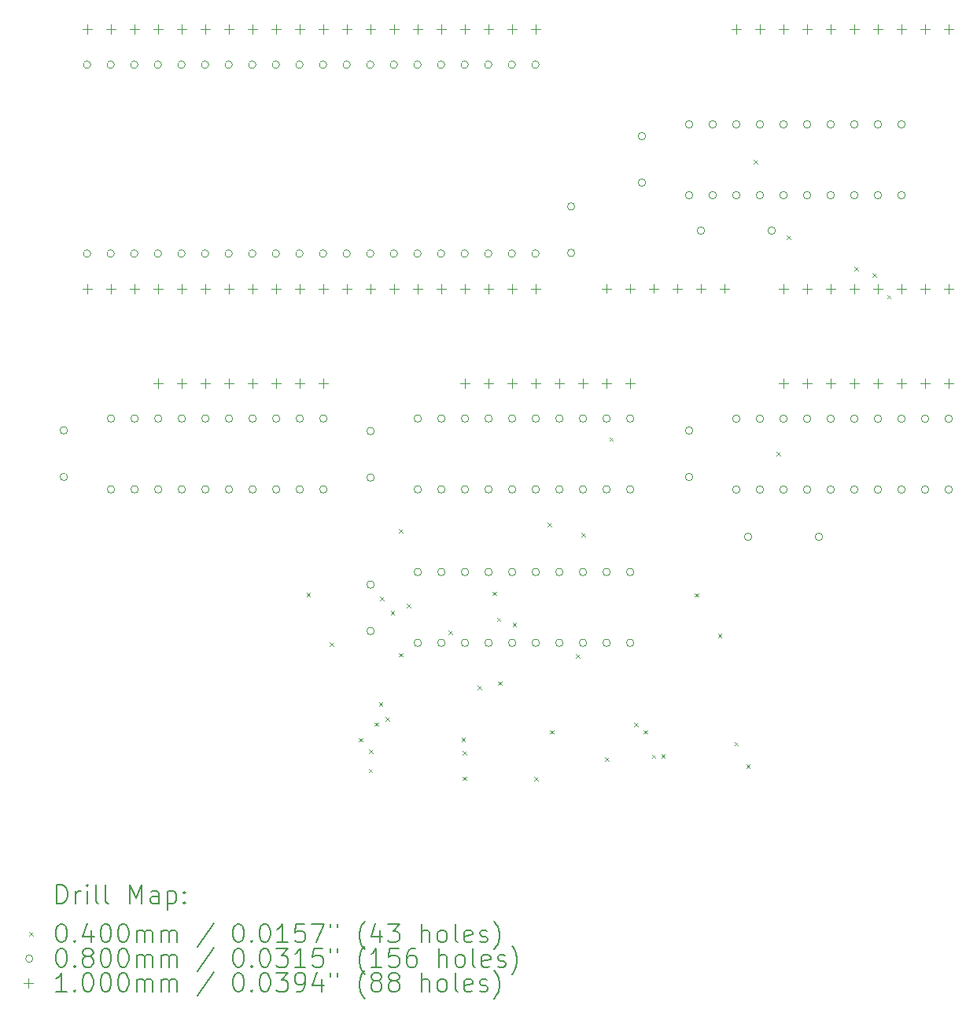
<source format=gbr>
%TF.GenerationSoftware,KiCad,Pcbnew,(6.0.9)*%
%TF.CreationDate,2023-07-02T11:08:29+02:00*%
%TF.ProjectId,Cartucho_MSX_Tang_Nano_20k_Breakout,43617274-7563-4686-9f5f-4d53585f5461,rev?*%
%TF.SameCoordinates,Original*%
%TF.FileFunction,Drillmap*%
%TF.FilePolarity,Positive*%
%FSLAX45Y45*%
G04 Gerber Fmt 4.5, Leading zero omitted, Abs format (unit mm)*
G04 Created by KiCad (PCBNEW (6.0.9)) date 2023-07-02 11:08:29*
%MOMM*%
%LPD*%
G01*
G04 APERTURE LIST*
%ADD10C,0.200000*%
%ADD11C,0.040000*%
%ADD12C,0.080000*%
%ADD13C,0.100000*%
G04 APERTURE END LIST*
D10*
D11*
X8581430Y-11268210D02*
X8621430Y-11308210D01*
X8621430Y-11268210D02*
X8581430Y-11308210D01*
X8831530Y-11799480D02*
X8871530Y-11839480D01*
X8871530Y-11799480D02*
X8831530Y-11839480D01*
X9144020Y-12831520D02*
X9184020Y-12871520D01*
X9184020Y-12831520D02*
X9144020Y-12871520D01*
X9252200Y-13160970D02*
X9292200Y-13200970D01*
X9292200Y-13160970D02*
X9252200Y-13200970D01*
X9253180Y-12954380D02*
X9293180Y-12994380D01*
X9293180Y-12954380D02*
X9253180Y-12994380D01*
X9317410Y-12660900D02*
X9357410Y-12700900D01*
X9357410Y-12660900D02*
X9317410Y-12700900D01*
X9361430Y-12447850D02*
X9401430Y-12487850D01*
X9401430Y-12447850D02*
X9361430Y-12487850D01*
X9370910Y-11310970D02*
X9410910Y-11350970D01*
X9410910Y-11310970D02*
X9370910Y-11350970D01*
X9435110Y-12605880D02*
X9475110Y-12645880D01*
X9475110Y-12605880D02*
X9435110Y-12645880D01*
X9488410Y-11463520D02*
X9528410Y-11503520D01*
X9528410Y-11463520D02*
X9488410Y-11503520D01*
X9574350Y-10584980D02*
X9614350Y-10624980D01*
X9614350Y-10584980D02*
X9574350Y-10624980D01*
X9574350Y-11916750D02*
X9614350Y-11956750D01*
X9614350Y-11916750D02*
X9574350Y-11956750D01*
X9663180Y-11387240D02*
X9703180Y-11427240D01*
X9703180Y-11387240D02*
X9663180Y-11427240D01*
X10110830Y-11677550D02*
X10150830Y-11717550D01*
X10150830Y-11677550D02*
X10110830Y-11717550D01*
X10250790Y-12824420D02*
X10290790Y-12864420D01*
X10290790Y-12824420D02*
X10250790Y-12864420D01*
X10262540Y-12971650D02*
X10302540Y-13011650D01*
X10302540Y-12971650D02*
X10262540Y-13011650D01*
X10263990Y-13244590D02*
X10303990Y-13284590D01*
X10303990Y-13244590D02*
X10263990Y-13284590D01*
X10422070Y-12270300D02*
X10462070Y-12310300D01*
X10462070Y-12270300D02*
X10422070Y-12310300D01*
X10584240Y-11255030D02*
X10624240Y-11295030D01*
X10624240Y-11255030D02*
X10584240Y-11295030D01*
X10630580Y-11536040D02*
X10670580Y-11576040D01*
X10670580Y-11536040D02*
X10630580Y-11576040D01*
X10643720Y-12221850D02*
X10683720Y-12261850D01*
X10683720Y-12221850D02*
X10643720Y-12261850D01*
X10800760Y-11592050D02*
X10840760Y-11632050D01*
X10840760Y-11592050D02*
X10800760Y-11632050D01*
X11031820Y-13251730D02*
X11071820Y-13291730D01*
X11071820Y-13251730D02*
X11031820Y-13291730D01*
X11175400Y-10513070D02*
X11215400Y-10553070D01*
X11215400Y-10513070D02*
X11175400Y-10553070D01*
X11204050Y-12745900D02*
X11244050Y-12785900D01*
X11244050Y-12745900D02*
X11204050Y-12785900D01*
X11484850Y-11930240D02*
X11524850Y-11970240D01*
X11524850Y-11930240D02*
X11484850Y-11970240D01*
X11540160Y-10626360D02*
X11580160Y-10666360D01*
X11580160Y-10626360D02*
X11540160Y-10666360D01*
X11792720Y-13036680D02*
X11832720Y-13076680D01*
X11832720Y-13036680D02*
X11792720Y-13076680D01*
X11842950Y-9597630D02*
X11882950Y-9637630D01*
X11882950Y-9597630D02*
X11842950Y-9637630D01*
X12108310Y-12666590D02*
X12148310Y-12706590D01*
X12148310Y-12666590D02*
X12108310Y-12706590D01*
X12211250Y-12746270D02*
X12251250Y-12786270D01*
X12251250Y-12746270D02*
X12211250Y-12786270D01*
X12298480Y-13007930D02*
X12338480Y-13047930D01*
X12338480Y-13007930D02*
X12298480Y-13047930D01*
X12399780Y-13003570D02*
X12439780Y-13043570D01*
X12439780Y-13003570D02*
X12399780Y-13043570D01*
X12760380Y-11273420D02*
X12800380Y-11313420D01*
X12800380Y-11273420D02*
X12760380Y-11313420D01*
X13009510Y-11708430D02*
X13049510Y-11748430D01*
X13049510Y-11708430D02*
X13009510Y-11748430D01*
X13188000Y-12873420D02*
X13228000Y-12913420D01*
X13228000Y-12873420D02*
X13188000Y-12913420D01*
X13315750Y-13117270D02*
X13355750Y-13157270D01*
X13355750Y-13117270D02*
X13315750Y-13157270D01*
X13395850Y-6614560D02*
X13435850Y-6654560D01*
X13435850Y-6614560D02*
X13395850Y-6654560D01*
X13643150Y-9756220D02*
X13683150Y-9796220D01*
X13683150Y-9756220D02*
X13643150Y-9796220D01*
X13748930Y-7422240D02*
X13788930Y-7462240D01*
X13788930Y-7422240D02*
X13748930Y-7462240D01*
X14477670Y-7762510D02*
X14517670Y-7802510D01*
X14517670Y-7762510D02*
X14477670Y-7802510D01*
X14672030Y-7831500D02*
X14712030Y-7871500D01*
X14712030Y-7831500D02*
X14672030Y-7871500D01*
X14831790Y-8063820D02*
X14871790Y-8103820D01*
X14871790Y-8063820D02*
X14831790Y-8103820D01*
D12*
X6009500Y-9521500D02*
G75*
G03*
X6009500Y-9521500I-40000J0D01*
G01*
X6009500Y-10021500D02*
G75*
G03*
X6009500Y-10021500I-40000J0D01*
G01*
X6260000Y-5588000D02*
G75*
G03*
X6260000Y-5588000I-40000J0D01*
G01*
X6260000Y-7620000D02*
G75*
G03*
X6260000Y-7620000I-40000J0D01*
G01*
X6514000Y-5588000D02*
G75*
G03*
X6514000Y-5588000I-40000J0D01*
G01*
X6514000Y-7620000D02*
G75*
G03*
X6514000Y-7620000I-40000J0D01*
G01*
X6517500Y-9394500D02*
G75*
G03*
X6517500Y-9394500I-40000J0D01*
G01*
X6517500Y-10156500D02*
G75*
G03*
X6517500Y-10156500I-40000J0D01*
G01*
X6768000Y-5588000D02*
G75*
G03*
X6768000Y-5588000I-40000J0D01*
G01*
X6768000Y-7620000D02*
G75*
G03*
X6768000Y-7620000I-40000J0D01*
G01*
X6771500Y-9394500D02*
G75*
G03*
X6771500Y-9394500I-40000J0D01*
G01*
X6771500Y-10156500D02*
G75*
G03*
X6771500Y-10156500I-40000J0D01*
G01*
X7022000Y-5588000D02*
G75*
G03*
X7022000Y-5588000I-40000J0D01*
G01*
X7022000Y-7620000D02*
G75*
G03*
X7022000Y-7620000I-40000J0D01*
G01*
X7025500Y-9394500D02*
G75*
G03*
X7025500Y-9394500I-40000J0D01*
G01*
X7025500Y-10156500D02*
G75*
G03*
X7025500Y-10156500I-40000J0D01*
G01*
X7276000Y-5588000D02*
G75*
G03*
X7276000Y-5588000I-40000J0D01*
G01*
X7276000Y-7620000D02*
G75*
G03*
X7276000Y-7620000I-40000J0D01*
G01*
X7279500Y-9394500D02*
G75*
G03*
X7279500Y-9394500I-40000J0D01*
G01*
X7279500Y-10156500D02*
G75*
G03*
X7279500Y-10156500I-40000J0D01*
G01*
X7530000Y-5588000D02*
G75*
G03*
X7530000Y-5588000I-40000J0D01*
G01*
X7530000Y-7620000D02*
G75*
G03*
X7530000Y-7620000I-40000J0D01*
G01*
X7533500Y-9394500D02*
G75*
G03*
X7533500Y-9394500I-40000J0D01*
G01*
X7533500Y-10156500D02*
G75*
G03*
X7533500Y-10156500I-40000J0D01*
G01*
X7784000Y-5588000D02*
G75*
G03*
X7784000Y-5588000I-40000J0D01*
G01*
X7784000Y-7620000D02*
G75*
G03*
X7784000Y-7620000I-40000J0D01*
G01*
X7787500Y-9394500D02*
G75*
G03*
X7787500Y-9394500I-40000J0D01*
G01*
X7787500Y-10156500D02*
G75*
G03*
X7787500Y-10156500I-40000J0D01*
G01*
X8038000Y-5588000D02*
G75*
G03*
X8038000Y-5588000I-40000J0D01*
G01*
X8038000Y-7620000D02*
G75*
G03*
X8038000Y-7620000I-40000J0D01*
G01*
X8041500Y-9394500D02*
G75*
G03*
X8041500Y-9394500I-40000J0D01*
G01*
X8041500Y-10156500D02*
G75*
G03*
X8041500Y-10156500I-40000J0D01*
G01*
X8292000Y-5588000D02*
G75*
G03*
X8292000Y-5588000I-40000J0D01*
G01*
X8292000Y-7620000D02*
G75*
G03*
X8292000Y-7620000I-40000J0D01*
G01*
X8295500Y-9394500D02*
G75*
G03*
X8295500Y-9394500I-40000J0D01*
G01*
X8295500Y-10156500D02*
G75*
G03*
X8295500Y-10156500I-40000J0D01*
G01*
X8546000Y-5588000D02*
G75*
G03*
X8546000Y-5588000I-40000J0D01*
G01*
X8546000Y-7620000D02*
G75*
G03*
X8546000Y-7620000I-40000J0D01*
G01*
X8549500Y-9394500D02*
G75*
G03*
X8549500Y-9394500I-40000J0D01*
G01*
X8549500Y-10156500D02*
G75*
G03*
X8549500Y-10156500I-40000J0D01*
G01*
X8800000Y-5588000D02*
G75*
G03*
X8800000Y-5588000I-40000J0D01*
G01*
X8800000Y-7620000D02*
G75*
G03*
X8800000Y-7620000I-40000J0D01*
G01*
X8803500Y-9394500D02*
G75*
G03*
X8803500Y-9394500I-40000J0D01*
G01*
X8803500Y-10156500D02*
G75*
G03*
X8803500Y-10156500I-40000J0D01*
G01*
X9054000Y-5588000D02*
G75*
G03*
X9054000Y-5588000I-40000J0D01*
G01*
X9054000Y-7620000D02*
G75*
G03*
X9054000Y-7620000I-40000J0D01*
G01*
X9308000Y-5588000D02*
G75*
G03*
X9308000Y-5588000I-40000J0D01*
G01*
X9308000Y-7620000D02*
G75*
G03*
X9308000Y-7620000I-40000J0D01*
G01*
X9311500Y-9529500D02*
G75*
G03*
X9311500Y-9529500I-40000J0D01*
G01*
X9311500Y-10029500D02*
G75*
G03*
X9311500Y-10029500I-40000J0D01*
G01*
X9311500Y-11180500D02*
G75*
G03*
X9311500Y-11180500I-40000J0D01*
G01*
X9311500Y-11680500D02*
G75*
G03*
X9311500Y-11680500I-40000J0D01*
G01*
X9562000Y-5588000D02*
G75*
G03*
X9562000Y-5588000I-40000J0D01*
G01*
X9562000Y-7620000D02*
G75*
G03*
X9562000Y-7620000I-40000J0D01*
G01*
X9816000Y-5588000D02*
G75*
G03*
X9816000Y-5588000I-40000J0D01*
G01*
X9816000Y-7620000D02*
G75*
G03*
X9816000Y-7620000I-40000J0D01*
G01*
X9819500Y-9394500D02*
G75*
G03*
X9819500Y-9394500I-40000J0D01*
G01*
X9819500Y-10156500D02*
G75*
G03*
X9819500Y-10156500I-40000J0D01*
G01*
X9819500Y-11045500D02*
G75*
G03*
X9819500Y-11045500I-40000J0D01*
G01*
X9819500Y-11807500D02*
G75*
G03*
X9819500Y-11807500I-40000J0D01*
G01*
X10070000Y-5588000D02*
G75*
G03*
X10070000Y-5588000I-40000J0D01*
G01*
X10070000Y-7620000D02*
G75*
G03*
X10070000Y-7620000I-40000J0D01*
G01*
X10073500Y-9394500D02*
G75*
G03*
X10073500Y-9394500I-40000J0D01*
G01*
X10073500Y-10156500D02*
G75*
G03*
X10073500Y-10156500I-40000J0D01*
G01*
X10073500Y-11045500D02*
G75*
G03*
X10073500Y-11045500I-40000J0D01*
G01*
X10073500Y-11807500D02*
G75*
G03*
X10073500Y-11807500I-40000J0D01*
G01*
X10324000Y-5588000D02*
G75*
G03*
X10324000Y-5588000I-40000J0D01*
G01*
X10324000Y-7620000D02*
G75*
G03*
X10324000Y-7620000I-40000J0D01*
G01*
X10327500Y-9394500D02*
G75*
G03*
X10327500Y-9394500I-40000J0D01*
G01*
X10327500Y-10156500D02*
G75*
G03*
X10327500Y-10156500I-40000J0D01*
G01*
X10327500Y-11045500D02*
G75*
G03*
X10327500Y-11045500I-40000J0D01*
G01*
X10327500Y-11807500D02*
G75*
G03*
X10327500Y-11807500I-40000J0D01*
G01*
X10578000Y-5588000D02*
G75*
G03*
X10578000Y-5588000I-40000J0D01*
G01*
X10578000Y-7620000D02*
G75*
G03*
X10578000Y-7620000I-40000J0D01*
G01*
X10581500Y-9394500D02*
G75*
G03*
X10581500Y-9394500I-40000J0D01*
G01*
X10581500Y-10156500D02*
G75*
G03*
X10581500Y-10156500I-40000J0D01*
G01*
X10581500Y-11045500D02*
G75*
G03*
X10581500Y-11045500I-40000J0D01*
G01*
X10581500Y-11807500D02*
G75*
G03*
X10581500Y-11807500I-40000J0D01*
G01*
X10832000Y-5588000D02*
G75*
G03*
X10832000Y-5588000I-40000J0D01*
G01*
X10832000Y-7620000D02*
G75*
G03*
X10832000Y-7620000I-40000J0D01*
G01*
X10835500Y-9394500D02*
G75*
G03*
X10835500Y-9394500I-40000J0D01*
G01*
X10835500Y-10156500D02*
G75*
G03*
X10835500Y-10156500I-40000J0D01*
G01*
X10835500Y-11045500D02*
G75*
G03*
X10835500Y-11045500I-40000J0D01*
G01*
X10835500Y-11807500D02*
G75*
G03*
X10835500Y-11807500I-40000J0D01*
G01*
X11086000Y-5588000D02*
G75*
G03*
X11086000Y-5588000I-40000J0D01*
G01*
X11086000Y-7620000D02*
G75*
G03*
X11086000Y-7620000I-40000J0D01*
G01*
X11089500Y-9394500D02*
G75*
G03*
X11089500Y-9394500I-40000J0D01*
G01*
X11089500Y-10156500D02*
G75*
G03*
X11089500Y-10156500I-40000J0D01*
G01*
X11089500Y-11045500D02*
G75*
G03*
X11089500Y-11045500I-40000J0D01*
G01*
X11089500Y-11807500D02*
G75*
G03*
X11089500Y-11807500I-40000J0D01*
G01*
X11343500Y-9394500D02*
G75*
G03*
X11343500Y-9394500I-40000J0D01*
G01*
X11343500Y-10156500D02*
G75*
G03*
X11343500Y-10156500I-40000J0D01*
G01*
X11343500Y-11045500D02*
G75*
G03*
X11343500Y-11045500I-40000J0D01*
G01*
X11343500Y-11807500D02*
G75*
G03*
X11343500Y-11807500I-40000J0D01*
G01*
X11470000Y-7113500D02*
G75*
G03*
X11470000Y-7113500I-40000J0D01*
G01*
X11470000Y-7613500D02*
G75*
G03*
X11470000Y-7613500I-40000J0D01*
G01*
X11597500Y-9394500D02*
G75*
G03*
X11597500Y-9394500I-40000J0D01*
G01*
X11597500Y-10156500D02*
G75*
G03*
X11597500Y-10156500I-40000J0D01*
G01*
X11597500Y-11045500D02*
G75*
G03*
X11597500Y-11045500I-40000J0D01*
G01*
X11597500Y-11807500D02*
G75*
G03*
X11597500Y-11807500I-40000J0D01*
G01*
X11851500Y-9394500D02*
G75*
G03*
X11851500Y-9394500I-40000J0D01*
G01*
X11851500Y-10156500D02*
G75*
G03*
X11851500Y-10156500I-40000J0D01*
G01*
X11851500Y-11045500D02*
G75*
G03*
X11851500Y-11045500I-40000J0D01*
G01*
X11851500Y-11807500D02*
G75*
G03*
X11851500Y-11807500I-40000J0D01*
G01*
X12105500Y-9394500D02*
G75*
G03*
X12105500Y-9394500I-40000J0D01*
G01*
X12105500Y-10156500D02*
G75*
G03*
X12105500Y-10156500I-40000J0D01*
G01*
X12105500Y-11045500D02*
G75*
G03*
X12105500Y-11045500I-40000J0D01*
G01*
X12105500Y-11807500D02*
G75*
G03*
X12105500Y-11807500I-40000J0D01*
G01*
X12232000Y-6355500D02*
G75*
G03*
X12232000Y-6355500I-40000J0D01*
G01*
X12232000Y-6855500D02*
G75*
G03*
X12232000Y-6855500I-40000J0D01*
G01*
X12740000Y-6228500D02*
G75*
G03*
X12740000Y-6228500I-40000J0D01*
G01*
X12740000Y-6990500D02*
G75*
G03*
X12740000Y-6990500I-40000J0D01*
G01*
X12740000Y-9522500D02*
G75*
G03*
X12740000Y-9522500I-40000J0D01*
G01*
X12740000Y-10022500D02*
G75*
G03*
X12740000Y-10022500I-40000J0D01*
G01*
X12867000Y-7371500D02*
G75*
G03*
X12867000Y-7371500I-40000J0D01*
G01*
X12994000Y-6228500D02*
G75*
G03*
X12994000Y-6228500I-40000J0D01*
G01*
X12994000Y-6990500D02*
G75*
G03*
X12994000Y-6990500I-40000J0D01*
G01*
X13248000Y-6228500D02*
G75*
G03*
X13248000Y-6228500I-40000J0D01*
G01*
X13248000Y-6990500D02*
G75*
G03*
X13248000Y-6990500I-40000J0D01*
G01*
X13248000Y-9395500D02*
G75*
G03*
X13248000Y-9395500I-40000J0D01*
G01*
X13248000Y-10157500D02*
G75*
G03*
X13248000Y-10157500I-40000J0D01*
G01*
X13375000Y-10665500D02*
G75*
G03*
X13375000Y-10665500I-40000J0D01*
G01*
X13502000Y-6228500D02*
G75*
G03*
X13502000Y-6228500I-40000J0D01*
G01*
X13502000Y-6990500D02*
G75*
G03*
X13502000Y-6990500I-40000J0D01*
G01*
X13502000Y-9395500D02*
G75*
G03*
X13502000Y-9395500I-40000J0D01*
G01*
X13502000Y-10157500D02*
G75*
G03*
X13502000Y-10157500I-40000J0D01*
G01*
X13629000Y-7371500D02*
G75*
G03*
X13629000Y-7371500I-40000J0D01*
G01*
X13756000Y-6228500D02*
G75*
G03*
X13756000Y-6228500I-40000J0D01*
G01*
X13756000Y-6990500D02*
G75*
G03*
X13756000Y-6990500I-40000J0D01*
G01*
X13756000Y-9395500D02*
G75*
G03*
X13756000Y-9395500I-40000J0D01*
G01*
X13756000Y-10157500D02*
G75*
G03*
X13756000Y-10157500I-40000J0D01*
G01*
X14010000Y-6228500D02*
G75*
G03*
X14010000Y-6228500I-40000J0D01*
G01*
X14010000Y-6990500D02*
G75*
G03*
X14010000Y-6990500I-40000J0D01*
G01*
X14010000Y-9395500D02*
G75*
G03*
X14010000Y-9395500I-40000J0D01*
G01*
X14010000Y-10157500D02*
G75*
G03*
X14010000Y-10157500I-40000J0D01*
G01*
X14137000Y-10665500D02*
G75*
G03*
X14137000Y-10665500I-40000J0D01*
G01*
X14264000Y-6228500D02*
G75*
G03*
X14264000Y-6228500I-40000J0D01*
G01*
X14264000Y-6990500D02*
G75*
G03*
X14264000Y-6990500I-40000J0D01*
G01*
X14264000Y-9395500D02*
G75*
G03*
X14264000Y-9395500I-40000J0D01*
G01*
X14264000Y-10157500D02*
G75*
G03*
X14264000Y-10157500I-40000J0D01*
G01*
X14518000Y-6228500D02*
G75*
G03*
X14518000Y-6228500I-40000J0D01*
G01*
X14518000Y-6990500D02*
G75*
G03*
X14518000Y-6990500I-40000J0D01*
G01*
X14518000Y-9395500D02*
G75*
G03*
X14518000Y-9395500I-40000J0D01*
G01*
X14518000Y-10157500D02*
G75*
G03*
X14518000Y-10157500I-40000J0D01*
G01*
X14772000Y-6228500D02*
G75*
G03*
X14772000Y-6228500I-40000J0D01*
G01*
X14772000Y-6990500D02*
G75*
G03*
X14772000Y-6990500I-40000J0D01*
G01*
X14772000Y-9395500D02*
G75*
G03*
X14772000Y-9395500I-40000J0D01*
G01*
X14772000Y-10157500D02*
G75*
G03*
X14772000Y-10157500I-40000J0D01*
G01*
X15026000Y-6228500D02*
G75*
G03*
X15026000Y-6228500I-40000J0D01*
G01*
X15026000Y-6990500D02*
G75*
G03*
X15026000Y-6990500I-40000J0D01*
G01*
X15026000Y-9395500D02*
G75*
G03*
X15026000Y-9395500I-40000J0D01*
G01*
X15026000Y-10157500D02*
G75*
G03*
X15026000Y-10157500I-40000J0D01*
G01*
X15280000Y-9395500D02*
G75*
G03*
X15280000Y-9395500I-40000J0D01*
G01*
X15280000Y-10157500D02*
G75*
G03*
X15280000Y-10157500I-40000J0D01*
G01*
X15534000Y-9395500D02*
G75*
G03*
X15534000Y-9395500I-40000J0D01*
G01*
X15534000Y-10157500D02*
G75*
G03*
X15534000Y-10157500I-40000J0D01*
G01*
D13*
X6220000Y-5157000D02*
X6220000Y-5257000D01*
X6170000Y-5207000D02*
X6270000Y-5207000D01*
X6220000Y-7951000D02*
X6220000Y-8051000D01*
X6170000Y-8001000D02*
X6270000Y-8001000D01*
X6474000Y-5157000D02*
X6474000Y-5257000D01*
X6424000Y-5207000D02*
X6524000Y-5207000D01*
X6474000Y-7951000D02*
X6474000Y-8051000D01*
X6424000Y-8001000D02*
X6524000Y-8001000D01*
X6728000Y-5157000D02*
X6728000Y-5257000D01*
X6678000Y-5207000D02*
X6778000Y-5207000D01*
X6728000Y-7951000D02*
X6728000Y-8051000D01*
X6678000Y-8001000D02*
X6778000Y-8001000D01*
X6982000Y-5157000D02*
X6982000Y-5257000D01*
X6932000Y-5207000D02*
X7032000Y-5207000D01*
X6982000Y-7951000D02*
X6982000Y-8051000D01*
X6932000Y-8001000D02*
X7032000Y-8001000D01*
X6985000Y-8964500D02*
X6985000Y-9064500D01*
X6935000Y-9014500D02*
X7035000Y-9014500D01*
X7236000Y-5157000D02*
X7236000Y-5257000D01*
X7186000Y-5207000D02*
X7286000Y-5207000D01*
X7236000Y-7951000D02*
X7236000Y-8051000D01*
X7186000Y-8001000D02*
X7286000Y-8001000D01*
X7239000Y-8964500D02*
X7239000Y-9064500D01*
X7189000Y-9014500D02*
X7289000Y-9014500D01*
X7490000Y-5157000D02*
X7490000Y-5257000D01*
X7440000Y-5207000D02*
X7540000Y-5207000D01*
X7490000Y-7951000D02*
X7490000Y-8051000D01*
X7440000Y-8001000D02*
X7540000Y-8001000D01*
X7493000Y-8964500D02*
X7493000Y-9064500D01*
X7443000Y-9014500D02*
X7543000Y-9014500D01*
X7744000Y-5157000D02*
X7744000Y-5257000D01*
X7694000Y-5207000D02*
X7794000Y-5207000D01*
X7744000Y-7951000D02*
X7744000Y-8051000D01*
X7694000Y-8001000D02*
X7794000Y-8001000D01*
X7747000Y-8964500D02*
X7747000Y-9064500D01*
X7697000Y-9014500D02*
X7797000Y-9014500D01*
X7998000Y-5157000D02*
X7998000Y-5257000D01*
X7948000Y-5207000D02*
X8048000Y-5207000D01*
X7998000Y-7951000D02*
X7998000Y-8051000D01*
X7948000Y-8001000D02*
X8048000Y-8001000D01*
X8001000Y-8964500D02*
X8001000Y-9064500D01*
X7951000Y-9014500D02*
X8051000Y-9014500D01*
X8252000Y-5157000D02*
X8252000Y-5257000D01*
X8202000Y-5207000D02*
X8302000Y-5207000D01*
X8252000Y-7951000D02*
X8252000Y-8051000D01*
X8202000Y-8001000D02*
X8302000Y-8001000D01*
X8255000Y-8964500D02*
X8255000Y-9064500D01*
X8205000Y-9014500D02*
X8305000Y-9014500D01*
X8506000Y-5157000D02*
X8506000Y-5257000D01*
X8456000Y-5207000D02*
X8556000Y-5207000D01*
X8506000Y-7951000D02*
X8506000Y-8051000D01*
X8456000Y-8001000D02*
X8556000Y-8001000D01*
X8509000Y-8964500D02*
X8509000Y-9064500D01*
X8459000Y-9014500D02*
X8559000Y-9014500D01*
X8760000Y-5157000D02*
X8760000Y-5257000D01*
X8710000Y-5207000D02*
X8810000Y-5207000D01*
X8760000Y-7951000D02*
X8760000Y-8051000D01*
X8710000Y-8001000D02*
X8810000Y-8001000D01*
X8763000Y-8964500D02*
X8763000Y-9064500D01*
X8713000Y-9014500D02*
X8813000Y-9014500D01*
X9014000Y-5157000D02*
X9014000Y-5257000D01*
X8964000Y-5207000D02*
X9064000Y-5207000D01*
X9014000Y-7951000D02*
X9014000Y-8051000D01*
X8964000Y-8001000D02*
X9064000Y-8001000D01*
X9268000Y-5157000D02*
X9268000Y-5257000D01*
X9218000Y-5207000D02*
X9318000Y-5207000D01*
X9268000Y-7951000D02*
X9268000Y-8051000D01*
X9218000Y-8001000D02*
X9318000Y-8001000D01*
X9522000Y-5157000D02*
X9522000Y-5257000D01*
X9472000Y-5207000D02*
X9572000Y-5207000D01*
X9522000Y-7951000D02*
X9522000Y-8051000D01*
X9472000Y-8001000D02*
X9572000Y-8001000D01*
X9776000Y-5157000D02*
X9776000Y-5257000D01*
X9726000Y-5207000D02*
X9826000Y-5207000D01*
X9776000Y-7951000D02*
X9776000Y-8051000D01*
X9726000Y-8001000D02*
X9826000Y-8001000D01*
X10030000Y-5157000D02*
X10030000Y-5257000D01*
X9980000Y-5207000D02*
X10080000Y-5207000D01*
X10030000Y-7951000D02*
X10030000Y-8051000D01*
X9980000Y-8001000D02*
X10080000Y-8001000D01*
X10284000Y-5157000D02*
X10284000Y-5257000D01*
X10234000Y-5207000D02*
X10334000Y-5207000D01*
X10284000Y-7951000D02*
X10284000Y-8051000D01*
X10234000Y-8001000D02*
X10334000Y-8001000D01*
X10287000Y-8964500D02*
X10287000Y-9064500D01*
X10237000Y-9014500D02*
X10337000Y-9014500D01*
X10538000Y-5157000D02*
X10538000Y-5257000D01*
X10488000Y-5207000D02*
X10588000Y-5207000D01*
X10538000Y-7951000D02*
X10538000Y-8051000D01*
X10488000Y-8001000D02*
X10588000Y-8001000D01*
X10541000Y-8964500D02*
X10541000Y-9064500D01*
X10491000Y-9014500D02*
X10591000Y-9014500D01*
X10792000Y-5157000D02*
X10792000Y-5257000D01*
X10742000Y-5207000D02*
X10842000Y-5207000D01*
X10792000Y-7951000D02*
X10792000Y-8051000D01*
X10742000Y-8001000D02*
X10842000Y-8001000D01*
X10795000Y-8964500D02*
X10795000Y-9064500D01*
X10745000Y-9014500D02*
X10845000Y-9014500D01*
X11046000Y-5157000D02*
X11046000Y-5257000D01*
X10996000Y-5207000D02*
X11096000Y-5207000D01*
X11046000Y-7951000D02*
X11046000Y-8051000D01*
X10996000Y-8001000D02*
X11096000Y-8001000D01*
X11049000Y-8964500D02*
X11049000Y-9064500D01*
X10999000Y-9014500D02*
X11099000Y-9014500D01*
X11303000Y-8964500D02*
X11303000Y-9064500D01*
X11253000Y-9014500D02*
X11353000Y-9014500D01*
X11557000Y-8964500D02*
X11557000Y-9064500D01*
X11507000Y-9014500D02*
X11607000Y-9014500D01*
X11811000Y-8964500D02*
X11811000Y-9064500D01*
X11761000Y-9014500D02*
X11861000Y-9014500D01*
X11813500Y-7946000D02*
X11813500Y-8046000D01*
X11763500Y-7996000D02*
X11863500Y-7996000D01*
X12065000Y-8964500D02*
X12065000Y-9064500D01*
X12015000Y-9014500D02*
X12115000Y-9014500D01*
X12067500Y-7946000D02*
X12067500Y-8046000D01*
X12017500Y-7996000D02*
X12117500Y-7996000D01*
X12321500Y-7946000D02*
X12321500Y-8046000D01*
X12271500Y-7996000D02*
X12371500Y-7996000D01*
X12575500Y-7946000D02*
X12575500Y-8046000D01*
X12525500Y-7996000D02*
X12625500Y-7996000D01*
X12829500Y-7946000D02*
X12829500Y-8046000D01*
X12779500Y-7996000D02*
X12879500Y-7996000D01*
X13083500Y-7946000D02*
X13083500Y-8046000D01*
X13033500Y-7996000D02*
X13133500Y-7996000D01*
X13208000Y-5154500D02*
X13208000Y-5254500D01*
X13158000Y-5204500D02*
X13258000Y-5204500D01*
X13462000Y-5154500D02*
X13462000Y-5254500D01*
X13412000Y-5204500D02*
X13512000Y-5204500D01*
X13716000Y-5154500D02*
X13716000Y-5254500D01*
X13666000Y-5204500D02*
X13766000Y-5204500D01*
X13716000Y-7948500D02*
X13716000Y-8048500D01*
X13666000Y-7998500D02*
X13766000Y-7998500D01*
X13716000Y-8964500D02*
X13716000Y-9064500D01*
X13666000Y-9014500D02*
X13766000Y-9014500D01*
X13970000Y-5154500D02*
X13970000Y-5254500D01*
X13920000Y-5204500D02*
X14020000Y-5204500D01*
X13970000Y-7948500D02*
X13970000Y-8048500D01*
X13920000Y-7998500D02*
X14020000Y-7998500D01*
X13970000Y-8964500D02*
X13970000Y-9064500D01*
X13920000Y-9014500D02*
X14020000Y-9014500D01*
X14224000Y-5154500D02*
X14224000Y-5254500D01*
X14174000Y-5204500D02*
X14274000Y-5204500D01*
X14224000Y-7948500D02*
X14224000Y-8048500D01*
X14174000Y-7998500D02*
X14274000Y-7998500D01*
X14224000Y-8964500D02*
X14224000Y-9064500D01*
X14174000Y-9014500D02*
X14274000Y-9014500D01*
X14478000Y-5154500D02*
X14478000Y-5254500D01*
X14428000Y-5204500D02*
X14528000Y-5204500D01*
X14478000Y-7948500D02*
X14478000Y-8048500D01*
X14428000Y-7998500D02*
X14528000Y-7998500D01*
X14478000Y-8964500D02*
X14478000Y-9064500D01*
X14428000Y-9014500D02*
X14528000Y-9014500D01*
X14732000Y-5154500D02*
X14732000Y-5254500D01*
X14682000Y-5204500D02*
X14782000Y-5204500D01*
X14732000Y-7948500D02*
X14732000Y-8048500D01*
X14682000Y-7998500D02*
X14782000Y-7998500D01*
X14732000Y-8964500D02*
X14732000Y-9064500D01*
X14682000Y-9014500D02*
X14782000Y-9014500D01*
X14986000Y-5154500D02*
X14986000Y-5254500D01*
X14936000Y-5204500D02*
X15036000Y-5204500D01*
X14986000Y-7948500D02*
X14986000Y-8048500D01*
X14936000Y-7998500D02*
X15036000Y-7998500D01*
X14986000Y-8964500D02*
X14986000Y-9064500D01*
X14936000Y-9014500D02*
X15036000Y-9014500D01*
X15240000Y-5154500D02*
X15240000Y-5254500D01*
X15190000Y-5204500D02*
X15290000Y-5204500D01*
X15240000Y-7948500D02*
X15240000Y-8048500D01*
X15190000Y-7998500D02*
X15290000Y-7998500D01*
X15240000Y-8964500D02*
X15240000Y-9064500D01*
X15190000Y-9014500D02*
X15290000Y-9014500D01*
X15494000Y-5154500D02*
X15494000Y-5254500D01*
X15444000Y-5204500D02*
X15544000Y-5204500D01*
X15494000Y-7948500D02*
X15494000Y-8048500D01*
X15444000Y-7998500D02*
X15544000Y-7998500D01*
X15494000Y-8964500D02*
X15494000Y-9064500D01*
X15444000Y-9014500D02*
X15544000Y-9014500D01*
D10*
X5896419Y-14610676D02*
X5896419Y-14410676D01*
X5944038Y-14410676D01*
X5972609Y-14420200D01*
X5991657Y-14439248D01*
X6001181Y-14458295D01*
X6010705Y-14496390D01*
X6010705Y-14524962D01*
X6001181Y-14563057D01*
X5991657Y-14582105D01*
X5972609Y-14601152D01*
X5944038Y-14610676D01*
X5896419Y-14610676D01*
X6096419Y-14610676D02*
X6096419Y-14477343D01*
X6096419Y-14515438D02*
X6105943Y-14496390D01*
X6115467Y-14486867D01*
X6134514Y-14477343D01*
X6153562Y-14477343D01*
X6220228Y-14610676D02*
X6220228Y-14477343D01*
X6220228Y-14410676D02*
X6210705Y-14420200D01*
X6220228Y-14429724D01*
X6229752Y-14420200D01*
X6220228Y-14410676D01*
X6220228Y-14429724D01*
X6344038Y-14610676D02*
X6324990Y-14601152D01*
X6315467Y-14582105D01*
X6315467Y-14410676D01*
X6448800Y-14610676D02*
X6429752Y-14601152D01*
X6420228Y-14582105D01*
X6420228Y-14410676D01*
X6677371Y-14610676D02*
X6677371Y-14410676D01*
X6744038Y-14553533D01*
X6810705Y-14410676D01*
X6810705Y-14610676D01*
X6991657Y-14610676D02*
X6991657Y-14505914D01*
X6982133Y-14486867D01*
X6963086Y-14477343D01*
X6924990Y-14477343D01*
X6905943Y-14486867D01*
X6991657Y-14601152D02*
X6972609Y-14610676D01*
X6924990Y-14610676D01*
X6905943Y-14601152D01*
X6896419Y-14582105D01*
X6896419Y-14563057D01*
X6905943Y-14544009D01*
X6924990Y-14534486D01*
X6972609Y-14534486D01*
X6991657Y-14524962D01*
X7086895Y-14477343D02*
X7086895Y-14677343D01*
X7086895Y-14486867D02*
X7105943Y-14477343D01*
X7144038Y-14477343D01*
X7163086Y-14486867D01*
X7172609Y-14496390D01*
X7182133Y-14515438D01*
X7182133Y-14572581D01*
X7172609Y-14591628D01*
X7163086Y-14601152D01*
X7144038Y-14610676D01*
X7105943Y-14610676D01*
X7086895Y-14601152D01*
X7267848Y-14591628D02*
X7277371Y-14601152D01*
X7267848Y-14610676D01*
X7258324Y-14601152D01*
X7267848Y-14591628D01*
X7267848Y-14610676D01*
X7267848Y-14486867D02*
X7277371Y-14496390D01*
X7267848Y-14505914D01*
X7258324Y-14496390D01*
X7267848Y-14486867D01*
X7267848Y-14505914D01*
D11*
X5598800Y-14920200D02*
X5638800Y-14960200D01*
X5638800Y-14920200D02*
X5598800Y-14960200D01*
D10*
X5934514Y-14830676D02*
X5953562Y-14830676D01*
X5972609Y-14840200D01*
X5982133Y-14849724D01*
X5991657Y-14868771D01*
X6001181Y-14906867D01*
X6001181Y-14954486D01*
X5991657Y-14992581D01*
X5982133Y-15011628D01*
X5972609Y-15021152D01*
X5953562Y-15030676D01*
X5934514Y-15030676D01*
X5915467Y-15021152D01*
X5905943Y-15011628D01*
X5896419Y-14992581D01*
X5886895Y-14954486D01*
X5886895Y-14906867D01*
X5896419Y-14868771D01*
X5905943Y-14849724D01*
X5915467Y-14840200D01*
X5934514Y-14830676D01*
X6086895Y-15011628D02*
X6096419Y-15021152D01*
X6086895Y-15030676D01*
X6077371Y-15021152D01*
X6086895Y-15011628D01*
X6086895Y-15030676D01*
X6267848Y-14897343D02*
X6267848Y-15030676D01*
X6220228Y-14821152D02*
X6172609Y-14964009D01*
X6296419Y-14964009D01*
X6410705Y-14830676D02*
X6429752Y-14830676D01*
X6448800Y-14840200D01*
X6458324Y-14849724D01*
X6467848Y-14868771D01*
X6477371Y-14906867D01*
X6477371Y-14954486D01*
X6467848Y-14992581D01*
X6458324Y-15011628D01*
X6448800Y-15021152D01*
X6429752Y-15030676D01*
X6410705Y-15030676D01*
X6391657Y-15021152D01*
X6382133Y-15011628D01*
X6372609Y-14992581D01*
X6363086Y-14954486D01*
X6363086Y-14906867D01*
X6372609Y-14868771D01*
X6382133Y-14849724D01*
X6391657Y-14840200D01*
X6410705Y-14830676D01*
X6601181Y-14830676D02*
X6620228Y-14830676D01*
X6639276Y-14840200D01*
X6648800Y-14849724D01*
X6658324Y-14868771D01*
X6667848Y-14906867D01*
X6667848Y-14954486D01*
X6658324Y-14992581D01*
X6648800Y-15011628D01*
X6639276Y-15021152D01*
X6620228Y-15030676D01*
X6601181Y-15030676D01*
X6582133Y-15021152D01*
X6572609Y-15011628D01*
X6563086Y-14992581D01*
X6553562Y-14954486D01*
X6553562Y-14906867D01*
X6563086Y-14868771D01*
X6572609Y-14849724D01*
X6582133Y-14840200D01*
X6601181Y-14830676D01*
X6753562Y-15030676D02*
X6753562Y-14897343D01*
X6753562Y-14916390D02*
X6763086Y-14906867D01*
X6782133Y-14897343D01*
X6810705Y-14897343D01*
X6829752Y-14906867D01*
X6839276Y-14925914D01*
X6839276Y-15030676D01*
X6839276Y-14925914D02*
X6848800Y-14906867D01*
X6867848Y-14897343D01*
X6896419Y-14897343D01*
X6915467Y-14906867D01*
X6924990Y-14925914D01*
X6924990Y-15030676D01*
X7020228Y-15030676D02*
X7020228Y-14897343D01*
X7020228Y-14916390D02*
X7029752Y-14906867D01*
X7048800Y-14897343D01*
X7077371Y-14897343D01*
X7096419Y-14906867D01*
X7105943Y-14925914D01*
X7105943Y-15030676D01*
X7105943Y-14925914D02*
X7115467Y-14906867D01*
X7134514Y-14897343D01*
X7163086Y-14897343D01*
X7182133Y-14906867D01*
X7191657Y-14925914D01*
X7191657Y-15030676D01*
X7582133Y-14821152D02*
X7410705Y-15078295D01*
X7839276Y-14830676D02*
X7858324Y-14830676D01*
X7877371Y-14840200D01*
X7886895Y-14849724D01*
X7896419Y-14868771D01*
X7905943Y-14906867D01*
X7905943Y-14954486D01*
X7896419Y-14992581D01*
X7886895Y-15011628D01*
X7877371Y-15021152D01*
X7858324Y-15030676D01*
X7839276Y-15030676D01*
X7820228Y-15021152D01*
X7810705Y-15011628D01*
X7801181Y-14992581D01*
X7791657Y-14954486D01*
X7791657Y-14906867D01*
X7801181Y-14868771D01*
X7810705Y-14849724D01*
X7820228Y-14840200D01*
X7839276Y-14830676D01*
X7991657Y-15011628D02*
X8001181Y-15021152D01*
X7991657Y-15030676D01*
X7982133Y-15021152D01*
X7991657Y-15011628D01*
X7991657Y-15030676D01*
X8124990Y-14830676D02*
X8144038Y-14830676D01*
X8163086Y-14840200D01*
X8172609Y-14849724D01*
X8182133Y-14868771D01*
X8191657Y-14906867D01*
X8191657Y-14954486D01*
X8182133Y-14992581D01*
X8172609Y-15011628D01*
X8163086Y-15021152D01*
X8144038Y-15030676D01*
X8124990Y-15030676D01*
X8105943Y-15021152D01*
X8096419Y-15011628D01*
X8086895Y-14992581D01*
X8077371Y-14954486D01*
X8077371Y-14906867D01*
X8086895Y-14868771D01*
X8096419Y-14849724D01*
X8105943Y-14840200D01*
X8124990Y-14830676D01*
X8382133Y-15030676D02*
X8267848Y-15030676D01*
X8324990Y-15030676D02*
X8324990Y-14830676D01*
X8305943Y-14859248D01*
X8286895Y-14878295D01*
X8267848Y-14887819D01*
X8563086Y-14830676D02*
X8467848Y-14830676D01*
X8458324Y-14925914D01*
X8467848Y-14916390D01*
X8486895Y-14906867D01*
X8534514Y-14906867D01*
X8553562Y-14916390D01*
X8563086Y-14925914D01*
X8572610Y-14944962D01*
X8572610Y-14992581D01*
X8563086Y-15011628D01*
X8553562Y-15021152D01*
X8534514Y-15030676D01*
X8486895Y-15030676D01*
X8467848Y-15021152D01*
X8458324Y-15011628D01*
X8639276Y-14830676D02*
X8772610Y-14830676D01*
X8686895Y-15030676D01*
X8839276Y-14830676D02*
X8839276Y-14868771D01*
X8915467Y-14830676D02*
X8915467Y-14868771D01*
X9210705Y-15106867D02*
X9201181Y-15097343D01*
X9182133Y-15068771D01*
X9172610Y-15049724D01*
X9163086Y-15021152D01*
X9153562Y-14973533D01*
X9153562Y-14935438D01*
X9163086Y-14887819D01*
X9172610Y-14859248D01*
X9182133Y-14840200D01*
X9201181Y-14811628D01*
X9210705Y-14802105D01*
X9372610Y-14897343D02*
X9372610Y-15030676D01*
X9324990Y-14821152D02*
X9277371Y-14964009D01*
X9401181Y-14964009D01*
X9458324Y-14830676D02*
X9582133Y-14830676D01*
X9515467Y-14906867D01*
X9544038Y-14906867D01*
X9563086Y-14916390D01*
X9572610Y-14925914D01*
X9582133Y-14944962D01*
X9582133Y-14992581D01*
X9572610Y-15011628D01*
X9563086Y-15021152D01*
X9544038Y-15030676D01*
X9486895Y-15030676D01*
X9467848Y-15021152D01*
X9458324Y-15011628D01*
X9820229Y-15030676D02*
X9820229Y-14830676D01*
X9905943Y-15030676D02*
X9905943Y-14925914D01*
X9896419Y-14906867D01*
X9877371Y-14897343D01*
X9848800Y-14897343D01*
X9829752Y-14906867D01*
X9820229Y-14916390D01*
X10029752Y-15030676D02*
X10010705Y-15021152D01*
X10001181Y-15011628D01*
X9991657Y-14992581D01*
X9991657Y-14935438D01*
X10001181Y-14916390D01*
X10010705Y-14906867D01*
X10029752Y-14897343D01*
X10058324Y-14897343D01*
X10077371Y-14906867D01*
X10086895Y-14916390D01*
X10096419Y-14935438D01*
X10096419Y-14992581D01*
X10086895Y-15011628D01*
X10077371Y-15021152D01*
X10058324Y-15030676D01*
X10029752Y-15030676D01*
X10210705Y-15030676D02*
X10191657Y-15021152D01*
X10182133Y-15002105D01*
X10182133Y-14830676D01*
X10363086Y-15021152D02*
X10344038Y-15030676D01*
X10305943Y-15030676D01*
X10286895Y-15021152D01*
X10277371Y-15002105D01*
X10277371Y-14925914D01*
X10286895Y-14906867D01*
X10305943Y-14897343D01*
X10344038Y-14897343D01*
X10363086Y-14906867D01*
X10372610Y-14925914D01*
X10372610Y-14944962D01*
X10277371Y-14964009D01*
X10448800Y-15021152D02*
X10467848Y-15030676D01*
X10505943Y-15030676D01*
X10524990Y-15021152D01*
X10534514Y-15002105D01*
X10534514Y-14992581D01*
X10524990Y-14973533D01*
X10505943Y-14964009D01*
X10477371Y-14964009D01*
X10458324Y-14954486D01*
X10448800Y-14935438D01*
X10448800Y-14925914D01*
X10458324Y-14906867D01*
X10477371Y-14897343D01*
X10505943Y-14897343D01*
X10524990Y-14906867D01*
X10601181Y-15106867D02*
X10610705Y-15097343D01*
X10629752Y-15068771D01*
X10639276Y-15049724D01*
X10648800Y-15021152D01*
X10658324Y-14973533D01*
X10658324Y-14935438D01*
X10648800Y-14887819D01*
X10639276Y-14859248D01*
X10629752Y-14840200D01*
X10610705Y-14811628D01*
X10601181Y-14802105D01*
D12*
X5638800Y-15204200D02*
G75*
G03*
X5638800Y-15204200I-40000J0D01*
G01*
D10*
X5934514Y-15094676D02*
X5953562Y-15094676D01*
X5972609Y-15104200D01*
X5982133Y-15113724D01*
X5991657Y-15132771D01*
X6001181Y-15170867D01*
X6001181Y-15218486D01*
X5991657Y-15256581D01*
X5982133Y-15275628D01*
X5972609Y-15285152D01*
X5953562Y-15294676D01*
X5934514Y-15294676D01*
X5915467Y-15285152D01*
X5905943Y-15275628D01*
X5896419Y-15256581D01*
X5886895Y-15218486D01*
X5886895Y-15170867D01*
X5896419Y-15132771D01*
X5905943Y-15113724D01*
X5915467Y-15104200D01*
X5934514Y-15094676D01*
X6086895Y-15275628D02*
X6096419Y-15285152D01*
X6086895Y-15294676D01*
X6077371Y-15285152D01*
X6086895Y-15275628D01*
X6086895Y-15294676D01*
X6210705Y-15180390D02*
X6191657Y-15170867D01*
X6182133Y-15161343D01*
X6172609Y-15142295D01*
X6172609Y-15132771D01*
X6182133Y-15113724D01*
X6191657Y-15104200D01*
X6210705Y-15094676D01*
X6248800Y-15094676D01*
X6267848Y-15104200D01*
X6277371Y-15113724D01*
X6286895Y-15132771D01*
X6286895Y-15142295D01*
X6277371Y-15161343D01*
X6267848Y-15170867D01*
X6248800Y-15180390D01*
X6210705Y-15180390D01*
X6191657Y-15189914D01*
X6182133Y-15199438D01*
X6172609Y-15218486D01*
X6172609Y-15256581D01*
X6182133Y-15275628D01*
X6191657Y-15285152D01*
X6210705Y-15294676D01*
X6248800Y-15294676D01*
X6267848Y-15285152D01*
X6277371Y-15275628D01*
X6286895Y-15256581D01*
X6286895Y-15218486D01*
X6277371Y-15199438D01*
X6267848Y-15189914D01*
X6248800Y-15180390D01*
X6410705Y-15094676D02*
X6429752Y-15094676D01*
X6448800Y-15104200D01*
X6458324Y-15113724D01*
X6467848Y-15132771D01*
X6477371Y-15170867D01*
X6477371Y-15218486D01*
X6467848Y-15256581D01*
X6458324Y-15275628D01*
X6448800Y-15285152D01*
X6429752Y-15294676D01*
X6410705Y-15294676D01*
X6391657Y-15285152D01*
X6382133Y-15275628D01*
X6372609Y-15256581D01*
X6363086Y-15218486D01*
X6363086Y-15170867D01*
X6372609Y-15132771D01*
X6382133Y-15113724D01*
X6391657Y-15104200D01*
X6410705Y-15094676D01*
X6601181Y-15094676D02*
X6620228Y-15094676D01*
X6639276Y-15104200D01*
X6648800Y-15113724D01*
X6658324Y-15132771D01*
X6667848Y-15170867D01*
X6667848Y-15218486D01*
X6658324Y-15256581D01*
X6648800Y-15275628D01*
X6639276Y-15285152D01*
X6620228Y-15294676D01*
X6601181Y-15294676D01*
X6582133Y-15285152D01*
X6572609Y-15275628D01*
X6563086Y-15256581D01*
X6553562Y-15218486D01*
X6553562Y-15170867D01*
X6563086Y-15132771D01*
X6572609Y-15113724D01*
X6582133Y-15104200D01*
X6601181Y-15094676D01*
X6753562Y-15294676D02*
X6753562Y-15161343D01*
X6753562Y-15180390D02*
X6763086Y-15170867D01*
X6782133Y-15161343D01*
X6810705Y-15161343D01*
X6829752Y-15170867D01*
X6839276Y-15189914D01*
X6839276Y-15294676D01*
X6839276Y-15189914D02*
X6848800Y-15170867D01*
X6867848Y-15161343D01*
X6896419Y-15161343D01*
X6915467Y-15170867D01*
X6924990Y-15189914D01*
X6924990Y-15294676D01*
X7020228Y-15294676D02*
X7020228Y-15161343D01*
X7020228Y-15180390D02*
X7029752Y-15170867D01*
X7048800Y-15161343D01*
X7077371Y-15161343D01*
X7096419Y-15170867D01*
X7105943Y-15189914D01*
X7105943Y-15294676D01*
X7105943Y-15189914D02*
X7115467Y-15170867D01*
X7134514Y-15161343D01*
X7163086Y-15161343D01*
X7182133Y-15170867D01*
X7191657Y-15189914D01*
X7191657Y-15294676D01*
X7582133Y-15085152D02*
X7410705Y-15342295D01*
X7839276Y-15094676D02*
X7858324Y-15094676D01*
X7877371Y-15104200D01*
X7886895Y-15113724D01*
X7896419Y-15132771D01*
X7905943Y-15170867D01*
X7905943Y-15218486D01*
X7896419Y-15256581D01*
X7886895Y-15275628D01*
X7877371Y-15285152D01*
X7858324Y-15294676D01*
X7839276Y-15294676D01*
X7820228Y-15285152D01*
X7810705Y-15275628D01*
X7801181Y-15256581D01*
X7791657Y-15218486D01*
X7791657Y-15170867D01*
X7801181Y-15132771D01*
X7810705Y-15113724D01*
X7820228Y-15104200D01*
X7839276Y-15094676D01*
X7991657Y-15275628D02*
X8001181Y-15285152D01*
X7991657Y-15294676D01*
X7982133Y-15285152D01*
X7991657Y-15275628D01*
X7991657Y-15294676D01*
X8124990Y-15094676D02*
X8144038Y-15094676D01*
X8163086Y-15104200D01*
X8172609Y-15113724D01*
X8182133Y-15132771D01*
X8191657Y-15170867D01*
X8191657Y-15218486D01*
X8182133Y-15256581D01*
X8172609Y-15275628D01*
X8163086Y-15285152D01*
X8144038Y-15294676D01*
X8124990Y-15294676D01*
X8105943Y-15285152D01*
X8096419Y-15275628D01*
X8086895Y-15256581D01*
X8077371Y-15218486D01*
X8077371Y-15170867D01*
X8086895Y-15132771D01*
X8096419Y-15113724D01*
X8105943Y-15104200D01*
X8124990Y-15094676D01*
X8258324Y-15094676D02*
X8382133Y-15094676D01*
X8315467Y-15170867D01*
X8344038Y-15170867D01*
X8363086Y-15180390D01*
X8372609Y-15189914D01*
X8382133Y-15208962D01*
X8382133Y-15256581D01*
X8372609Y-15275628D01*
X8363086Y-15285152D01*
X8344038Y-15294676D01*
X8286895Y-15294676D01*
X8267848Y-15285152D01*
X8258324Y-15275628D01*
X8572610Y-15294676D02*
X8458324Y-15294676D01*
X8515467Y-15294676D02*
X8515467Y-15094676D01*
X8496419Y-15123248D01*
X8477371Y-15142295D01*
X8458324Y-15151819D01*
X8753562Y-15094676D02*
X8658324Y-15094676D01*
X8648800Y-15189914D01*
X8658324Y-15180390D01*
X8677371Y-15170867D01*
X8724990Y-15170867D01*
X8744038Y-15180390D01*
X8753562Y-15189914D01*
X8763086Y-15208962D01*
X8763086Y-15256581D01*
X8753562Y-15275628D01*
X8744038Y-15285152D01*
X8724990Y-15294676D01*
X8677371Y-15294676D01*
X8658324Y-15285152D01*
X8648800Y-15275628D01*
X8839276Y-15094676D02*
X8839276Y-15132771D01*
X8915467Y-15094676D02*
X8915467Y-15132771D01*
X9210705Y-15370867D02*
X9201181Y-15361343D01*
X9182133Y-15332771D01*
X9172610Y-15313724D01*
X9163086Y-15285152D01*
X9153562Y-15237533D01*
X9153562Y-15199438D01*
X9163086Y-15151819D01*
X9172610Y-15123248D01*
X9182133Y-15104200D01*
X9201181Y-15075628D01*
X9210705Y-15066105D01*
X9391657Y-15294676D02*
X9277371Y-15294676D01*
X9334514Y-15294676D02*
X9334514Y-15094676D01*
X9315467Y-15123248D01*
X9296419Y-15142295D01*
X9277371Y-15151819D01*
X9572610Y-15094676D02*
X9477371Y-15094676D01*
X9467848Y-15189914D01*
X9477371Y-15180390D01*
X9496419Y-15170867D01*
X9544038Y-15170867D01*
X9563086Y-15180390D01*
X9572610Y-15189914D01*
X9582133Y-15208962D01*
X9582133Y-15256581D01*
X9572610Y-15275628D01*
X9563086Y-15285152D01*
X9544038Y-15294676D01*
X9496419Y-15294676D01*
X9477371Y-15285152D01*
X9467848Y-15275628D01*
X9753562Y-15094676D02*
X9715467Y-15094676D01*
X9696419Y-15104200D01*
X9686895Y-15113724D01*
X9667848Y-15142295D01*
X9658324Y-15180390D01*
X9658324Y-15256581D01*
X9667848Y-15275628D01*
X9677371Y-15285152D01*
X9696419Y-15294676D01*
X9734514Y-15294676D01*
X9753562Y-15285152D01*
X9763086Y-15275628D01*
X9772610Y-15256581D01*
X9772610Y-15208962D01*
X9763086Y-15189914D01*
X9753562Y-15180390D01*
X9734514Y-15170867D01*
X9696419Y-15170867D01*
X9677371Y-15180390D01*
X9667848Y-15189914D01*
X9658324Y-15208962D01*
X10010705Y-15294676D02*
X10010705Y-15094676D01*
X10096419Y-15294676D02*
X10096419Y-15189914D01*
X10086895Y-15170867D01*
X10067848Y-15161343D01*
X10039276Y-15161343D01*
X10020229Y-15170867D01*
X10010705Y-15180390D01*
X10220229Y-15294676D02*
X10201181Y-15285152D01*
X10191657Y-15275628D01*
X10182133Y-15256581D01*
X10182133Y-15199438D01*
X10191657Y-15180390D01*
X10201181Y-15170867D01*
X10220229Y-15161343D01*
X10248800Y-15161343D01*
X10267848Y-15170867D01*
X10277371Y-15180390D01*
X10286895Y-15199438D01*
X10286895Y-15256581D01*
X10277371Y-15275628D01*
X10267848Y-15285152D01*
X10248800Y-15294676D01*
X10220229Y-15294676D01*
X10401181Y-15294676D02*
X10382133Y-15285152D01*
X10372610Y-15266105D01*
X10372610Y-15094676D01*
X10553562Y-15285152D02*
X10534514Y-15294676D01*
X10496419Y-15294676D01*
X10477371Y-15285152D01*
X10467848Y-15266105D01*
X10467848Y-15189914D01*
X10477371Y-15170867D01*
X10496419Y-15161343D01*
X10534514Y-15161343D01*
X10553562Y-15170867D01*
X10563086Y-15189914D01*
X10563086Y-15208962D01*
X10467848Y-15228009D01*
X10639276Y-15285152D02*
X10658324Y-15294676D01*
X10696419Y-15294676D01*
X10715467Y-15285152D01*
X10724990Y-15266105D01*
X10724990Y-15256581D01*
X10715467Y-15237533D01*
X10696419Y-15228009D01*
X10667848Y-15228009D01*
X10648800Y-15218486D01*
X10639276Y-15199438D01*
X10639276Y-15189914D01*
X10648800Y-15170867D01*
X10667848Y-15161343D01*
X10696419Y-15161343D01*
X10715467Y-15170867D01*
X10791657Y-15370867D02*
X10801181Y-15361343D01*
X10820229Y-15332771D01*
X10829752Y-15313724D01*
X10839276Y-15285152D01*
X10848800Y-15237533D01*
X10848800Y-15199438D01*
X10839276Y-15151819D01*
X10829752Y-15123248D01*
X10820229Y-15104200D01*
X10801181Y-15075628D01*
X10791657Y-15066105D01*
D13*
X5588800Y-15418200D02*
X5588800Y-15518200D01*
X5538800Y-15468200D02*
X5638800Y-15468200D01*
D10*
X6001181Y-15558676D02*
X5886895Y-15558676D01*
X5944038Y-15558676D02*
X5944038Y-15358676D01*
X5924990Y-15387248D01*
X5905943Y-15406295D01*
X5886895Y-15415819D01*
X6086895Y-15539628D02*
X6096419Y-15549152D01*
X6086895Y-15558676D01*
X6077371Y-15549152D01*
X6086895Y-15539628D01*
X6086895Y-15558676D01*
X6220228Y-15358676D02*
X6239276Y-15358676D01*
X6258324Y-15368200D01*
X6267848Y-15377724D01*
X6277371Y-15396771D01*
X6286895Y-15434867D01*
X6286895Y-15482486D01*
X6277371Y-15520581D01*
X6267848Y-15539628D01*
X6258324Y-15549152D01*
X6239276Y-15558676D01*
X6220228Y-15558676D01*
X6201181Y-15549152D01*
X6191657Y-15539628D01*
X6182133Y-15520581D01*
X6172609Y-15482486D01*
X6172609Y-15434867D01*
X6182133Y-15396771D01*
X6191657Y-15377724D01*
X6201181Y-15368200D01*
X6220228Y-15358676D01*
X6410705Y-15358676D02*
X6429752Y-15358676D01*
X6448800Y-15368200D01*
X6458324Y-15377724D01*
X6467848Y-15396771D01*
X6477371Y-15434867D01*
X6477371Y-15482486D01*
X6467848Y-15520581D01*
X6458324Y-15539628D01*
X6448800Y-15549152D01*
X6429752Y-15558676D01*
X6410705Y-15558676D01*
X6391657Y-15549152D01*
X6382133Y-15539628D01*
X6372609Y-15520581D01*
X6363086Y-15482486D01*
X6363086Y-15434867D01*
X6372609Y-15396771D01*
X6382133Y-15377724D01*
X6391657Y-15368200D01*
X6410705Y-15358676D01*
X6601181Y-15358676D02*
X6620228Y-15358676D01*
X6639276Y-15368200D01*
X6648800Y-15377724D01*
X6658324Y-15396771D01*
X6667848Y-15434867D01*
X6667848Y-15482486D01*
X6658324Y-15520581D01*
X6648800Y-15539628D01*
X6639276Y-15549152D01*
X6620228Y-15558676D01*
X6601181Y-15558676D01*
X6582133Y-15549152D01*
X6572609Y-15539628D01*
X6563086Y-15520581D01*
X6553562Y-15482486D01*
X6553562Y-15434867D01*
X6563086Y-15396771D01*
X6572609Y-15377724D01*
X6582133Y-15368200D01*
X6601181Y-15358676D01*
X6753562Y-15558676D02*
X6753562Y-15425343D01*
X6753562Y-15444390D02*
X6763086Y-15434867D01*
X6782133Y-15425343D01*
X6810705Y-15425343D01*
X6829752Y-15434867D01*
X6839276Y-15453914D01*
X6839276Y-15558676D01*
X6839276Y-15453914D02*
X6848800Y-15434867D01*
X6867848Y-15425343D01*
X6896419Y-15425343D01*
X6915467Y-15434867D01*
X6924990Y-15453914D01*
X6924990Y-15558676D01*
X7020228Y-15558676D02*
X7020228Y-15425343D01*
X7020228Y-15444390D02*
X7029752Y-15434867D01*
X7048800Y-15425343D01*
X7077371Y-15425343D01*
X7096419Y-15434867D01*
X7105943Y-15453914D01*
X7105943Y-15558676D01*
X7105943Y-15453914D02*
X7115467Y-15434867D01*
X7134514Y-15425343D01*
X7163086Y-15425343D01*
X7182133Y-15434867D01*
X7191657Y-15453914D01*
X7191657Y-15558676D01*
X7582133Y-15349152D02*
X7410705Y-15606295D01*
X7839276Y-15358676D02*
X7858324Y-15358676D01*
X7877371Y-15368200D01*
X7886895Y-15377724D01*
X7896419Y-15396771D01*
X7905943Y-15434867D01*
X7905943Y-15482486D01*
X7896419Y-15520581D01*
X7886895Y-15539628D01*
X7877371Y-15549152D01*
X7858324Y-15558676D01*
X7839276Y-15558676D01*
X7820228Y-15549152D01*
X7810705Y-15539628D01*
X7801181Y-15520581D01*
X7791657Y-15482486D01*
X7791657Y-15434867D01*
X7801181Y-15396771D01*
X7810705Y-15377724D01*
X7820228Y-15368200D01*
X7839276Y-15358676D01*
X7991657Y-15539628D02*
X8001181Y-15549152D01*
X7991657Y-15558676D01*
X7982133Y-15549152D01*
X7991657Y-15539628D01*
X7991657Y-15558676D01*
X8124990Y-15358676D02*
X8144038Y-15358676D01*
X8163086Y-15368200D01*
X8172609Y-15377724D01*
X8182133Y-15396771D01*
X8191657Y-15434867D01*
X8191657Y-15482486D01*
X8182133Y-15520581D01*
X8172609Y-15539628D01*
X8163086Y-15549152D01*
X8144038Y-15558676D01*
X8124990Y-15558676D01*
X8105943Y-15549152D01*
X8096419Y-15539628D01*
X8086895Y-15520581D01*
X8077371Y-15482486D01*
X8077371Y-15434867D01*
X8086895Y-15396771D01*
X8096419Y-15377724D01*
X8105943Y-15368200D01*
X8124990Y-15358676D01*
X8258324Y-15358676D02*
X8382133Y-15358676D01*
X8315467Y-15434867D01*
X8344038Y-15434867D01*
X8363086Y-15444390D01*
X8372609Y-15453914D01*
X8382133Y-15472962D01*
X8382133Y-15520581D01*
X8372609Y-15539628D01*
X8363086Y-15549152D01*
X8344038Y-15558676D01*
X8286895Y-15558676D01*
X8267848Y-15549152D01*
X8258324Y-15539628D01*
X8477371Y-15558676D02*
X8515467Y-15558676D01*
X8534514Y-15549152D01*
X8544038Y-15539628D01*
X8563086Y-15511057D01*
X8572610Y-15472962D01*
X8572610Y-15396771D01*
X8563086Y-15377724D01*
X8553562Y-15368200D01*
X8534514Y-15358676D01*
X8496419Y-15358676D01*
X8477371Y-15368200D01*
X8467848Y-15377724D01*
X8458324Y-15396771D01*
X8458324Y-15444390D01*
X8467848Y-15463438D01*
X8477371Y-15472962D01*
X8496419Y-15482486D01*
X8534514Y-15482486D01*
X8553562Y-15472962D01*
X8563086Y-15463438D01*
X8572610Y-15444390D01*
X8744038Y-15425343D02*
X8744038Y-15558676D01*
X8696419Y-15349152D02*
X8648800Y-15492009D01*
X8772610Y-15492009D01*
X8839276Y-15358676D02*
X8839276Y-15396771D01*
X8915467Y-15358676D02*
X8915467Y-15396771D01*
X9210705Y-15634867D02*
X9201181Y-15625343D01*
X9182133Y-15596771D01*
X9172610Y-15577724D01*
X9163086Y-15549152D01*
X9153562Y-15501533D01*
X9153562Y-15463438D01*
X9163086Y-15415819D01*
X9172610Y-15387248D01*
X9182133Y-15368200D01*
X9201181Y-15339628D01*
X9210705Y-15330105D01*
X9315467Y-15444390D02*
X9296419Y-15434867D01*
X9286895Y-15425343D01*
X9277371Y-15406295D01*
X9277371Y-15396771D01*
X9286895Y-15377724D01*
X9296419Y-15368200D01*
X9315467Y-15358676D01*
X9353562Y-15358676D01*
X9372610Y-15368200D01*
X9382133Y-15377724D01*
X9391657Y-15396771D01*
X9391657Y-15406295D01*
X9382133Y-15425343D01*
X9372610Y-15434867D01*
X9353562Y-15444390D01*
X9315467Y-15444390D01*
X9296419Y-15453914D01*
X9286895Y-15463438D01*
X9277371Y-15482486D01*
X9277371Y-15520581D01*
X9286895Y-15539628D01*
X9296419Y-15549152D01*
X9315467Y-15558676D01*
X9353562Y-15558676D01*
X9372610Y-15549152D01*
X9382133Y-15539628D01*
X9391657Y-15520581D01*
X9391657Y-15482486D01*
X9382133Y-15463438D01*
X9372610Y-15453914D01*
X9353562Y-15444390D01*
X9505943Y-15444390D02*
X9486895Y-15434867D01*
X9477371Y-15425343D01*
X9467848Y-15406295D01*
X9467848Y-15396771D01*
X9477371Y-15377724D01*
X9486895Y-15368200D01*
X9505943Y-15358676D01*
X9544038Y-15358676D01*
X9563086Y-15368200D01*
X9572610Y-15377724D01*
X9582133Y-15396771D01*
X9582133Y-15406295D01*
X9572610Y-15425343D01*
X9563086Y-15434867D01*
X9544038Y-15444390D01*
X9505943Y-15444390D01*
X9486895Y-15453914D01*
X9477371Y-15463438D01*
X9467848Y-15482486D01*
X9467848Y-15520581D01*
X9477371Y-15539628D01*
X9486895Y-15549152D01*
X9505943Y-15558676D01*
X9544038Y-15558676D01*
X9563086Y-15549152D01*
X9572610Y-15539628D01*
X9582133Y-15520581D01*
X9582133Y-15482486D01*
X9572610Y-15463438D01*
X9563086Y-15453914D01*
X9544038Y-15444390D01*
X9820229Y-15558676D02*
X9820229Y-15358676D01*
X9905943Y-15558676D02*
X9905943Y-15453914D01*
X9896419Y-15434867D01*
X9877371Y-15425343D01*
X9848800Y-15425343D01*
X9829752Y-15434867D01*
X9820229Y-15444390D01*
X10029752Y-15558676D02*
X10010705Y-15549152D01*
X10001181Y-15539628D01*
X9991657Y-15520581D01*
X9991657Y-15463438D01*
X10001181Y-15444390D01*
X10010705Y-15434867D01*
X10029752Y-15425343D01*
X10058324Y-15425343D01*
X10077371Y-15434867D01*
X10086895Y-15444390D01*
X10096419Y-15463438D01*
X10096419Y-15520581D01*
X10086895Y-15539628D01*
X10077371Y-15549152D01*
X10058324Y-15558676D01*
X10029752Y-15558676D01*
X10210705Y-15558676D02*
X10191657Y-15549152D01*
X10182133Y-15530105D01*
X10182133Y-15358676D01*
X10363086Y-15549152D02*
X10344038Y-15558676D01*
X10305943Y-15558676D01*
X10286895Y-15549152D01*
X10277371Y-15530105D01*
X10277371Y-15453914D01*
X10286895Y-15434867D01*
X10305943Y-15425343D01*
X10344038Y-15425343D01*
X10363086Y-15434867D01*
X10372610Y-15453914D01*
X10372610Y-15472962D01*
X10277371Y-15492009D01*
X10448800Y-15549152D02*
X10467848Y-15558676D01*
X10505943Y-15558676D01*
X10524990Y-15549152D01*
X10534514Y-15530105D01*
X10534514Y-15520581D01*
X10524990Y-15501533D01*
X10505943Y-15492009D01*
X10477371Y-15492009D01*
X10458324Y-15482486D01*
X10448800Y-15463438D01*
X10448800Y-15453914D01*
X10458324Y-15434867D01*
X10477371Y-15425343D01*
X10505943Y-15425343D01*
X10524990Y-15434867D01*
X10601181Y-15634867D02*
X10610705Y-15625343D01*
X10629752Y-15596771D01*
X10639276Y-15577724D01*
X10648800Y-15549152D01*
X10658324Y-15501533D01*
X10658324Y-15463438D01*
X10648800Y-15415819D01*
X10639276Y-15387248D01*
X10629752Y-15368200D01*
X10610705Y-15339628D01*
X10601181Y-15330105D01*
M02*

</source>
